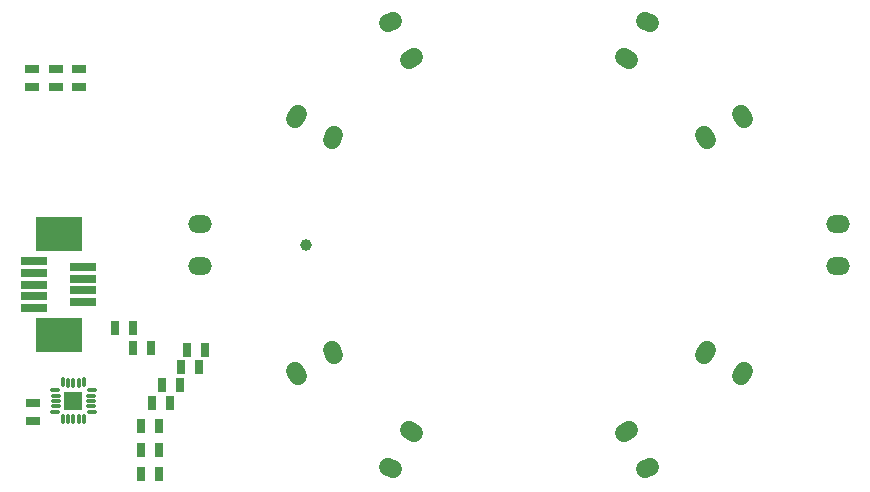
<source format=gbs>
G04 (created by PCBNEW (2013-07-07 BZR 4022)-stable) date 17/04/2014 00:12:45*
%MOIN*%
G04 Gerber Fmt 3.4, Leading zero omitted, Abs format*
%FSLAX34Y34*%
G01*
G70*
G90*
G04 APERTURE LIST*
%ADD10C,0.00590551*%
%ADD11R,0.045X0.025*%
%ADD12R,0.0866142X0.0275591*%
%ADD13R,0.15748X0.11811*%
%ADD14R,0.025X0.045*%
%ADD15C,0.0590551*%
%ADD16O,0.0787402X0.0590551*%
%ADD17C,0.0393701*%
%ADD18O,0.0393701X0.0106299*%
%ADD19O,0.0106299X0.0393701*%
%ADD20R,0.0629921X0.0629921*%
G04 APERTURE END LIST*
G54D10*
G54D11*
X57893Y-63577D03*
X57893Y-64177D03*
G54D12*
X57933Y-60433D03*
X57933Y-60039D03*
X57933Y-59645D03*
X57933Y-59251D03*
X57933Y-58858D03*
X59586Y-59842D03*
X59586Y-59448D03*
X59586Y-60236D03*
X59586Y-59055D03*
G54D13*
X58759Y-61338D03*
X58759Y-57952D03*
G54D11*
X59448Y-53055D03*
X59448Y-52455D03*
G54D14*
X61835Y-61771D03*
X61235Y-61771D03*
X62819Y-62992D03*
X62219Y-62992D03*
X62465Y-63582D03*
X61865Y-63582D03*
G54D11*
X57874Y-52455D03*
X57874Y-53055D03*
G54D14*
X63646Y-61811D03*
X63046Y-61811D03*
X63449Y-62401D03*
X62849Y-62401D03*
G54D11*
X58661Y-53055D03*
X58661Y-52455D03*
G54D14*
X60644Y-61102D03*
X61244Y-61102D03*
X61511Y-65944D03*
X62111Y-65944D03*
X61511Y-65157D03*
X62111Y-65157D03*
X61511Y-64370D03*
X62111Y-64370D03*
G54D15*
X81497Y-62703D02*
X81596Y-62532D01*
X80270Y-61994D02*
X80368Y-61824D01*
X78320Y-65808D02*
X78490Y-65710D01*
X77611Y-64581D02*
X77782Y-64482D01*
X69737Y-65710D02*
X69908Y-65808D01*
X70446Y-64482D02*
X70616Y-64581D01*
X66631Y-62532D02*
X66730Y-62703D01*
X67859Y-61824D02*
X67957Y-61994D01*
X66730Y-53950D02*
X66632Y-54120D01*
X67958Y-54658D02*
X67859Y-54829D01*
X69908Y-50844D02*
X69737Y-50943D01*
X70616Y-52072D02*
X70446Y-52170D01*
X78490Y-50943D02*
X78320Y-50844D01*
X77782Y-52170D02*
X77611Y-52072D01*
X81596Y-54120D02*
X81497Y-53950D01*
X80368Y-54829D02*
X80270Y-54658D01*
G54D16*
X84744Y-59035D03*
X84744Y-57618D03*
X63484Y-59035D03*
X63484Y-57618D03*
G54D17*
X67007Y-58326D03*
G54D18*
X59872Y-63169D03*
X59842Y-63346D03*
X59842Y-63523D03*
X59842Y-63700D03*
X59872Y-63877D03*
G54D19*
X59606Y-64143D03*
X59429Y-64114D03*
X59251Y-64114D03*
X59074Y-64114D03*
X58897Y-64143D03*
G54D18*
X58631Y-63877D03*
X58661Y-63700D03*
X58661Y-63523D03*
X58661Y-63346D03*
X58631Y-63169D03*
G54D19*
X58897Y-62903D03*
X59074Y-62933D03*
X59251Y-62933D03*
X59429Y-62933D03*
X59606Y-62903D03*
G54D20*
X59251Y-63523D03*
M02*

</source>
